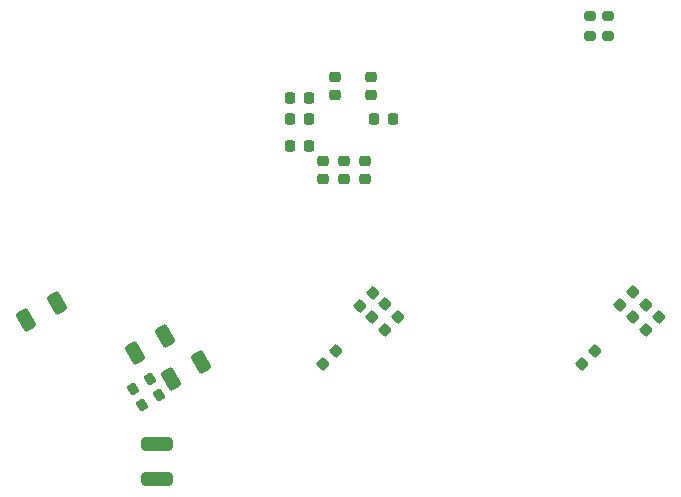
<source format=gbp>
%TF.GenerationSoftware,KiCad,Pcbnew,7.0.1-0*%
%TF.CreationDate,2023-04-03T11:55:14-05:00*%
%TF.ProjectId,plenum,706c656e-756d-42e6-9b69-6361645f7063,1*%
%TF.SameCoordinates,PXc1c9600PY2e063a0*%
%TF.FileFunction,Paste,Bot*%
%TF.FilePolarity,Positive*%
%FSLAX46Y46*%
G04 Gerber Fmt 4.6, Leading zero omitted, Abs format (unit mm)*
G04 Created by KiCad (PCBNEW 7.0.1-0) date 2023-04-03 11:55:14*
%MOMM*%
%LPD*%
G01*
G04 APERTURE LIST*
G04 Aperture macros list*
%AMRoundRect*
0 Rectangle with rounded corners*
0 $1 Rounding radius*
0 $2 $3 $4 $5 $6 $7 $8 $9 X,Y pos of 4 corners*
0 Add a 4 corners polygon primitive as box body*
4,1,4,$2,$3,$4,$5,$6,$7,$8,$9,$2,$3,0*
0 Add four circle primitives for the rounded corners*
1,1,$1+$1,$2,$3*
1,1,$1+$1,$4,$5*
1,1,$1+$1,$6,$7*
1,1,$1+$1,$8,$9*
0 Add four rect primitives between the rounded corners*
20,1,$1+$1,$2,$3,$4,$5,0*
20,1,$1+$1,$4,$5,$6,$7,0*
20,1,$1+$1,$6,$7,$8,$9,0*
20,1,$1+$1,$8,$9,$2,$3,0*%
G04 Aperture macros list end*
%ADD10RoundRect,0.250000X1.075000X-0.312500X1.075000X0.312500X-1.075000X0.312500X-1.075000X-0.312500X0*%
%ADD11RoundRect,0.225000X-0.017678X0.335876X-0.335876X0.017678X0.017678X-0.335876X0.335876X-0.017678X0*%
%ADD12RoundRect,0.250000X0.043542X-0.725417X0.606458X-0.400417X-0.043542X0.725417X-0.606458X0.400417X0*%
%ADD13RoundRect,0.225000X0.017678X-0.335876X0.335876X-0.017678X-0.017678X0.335876X-0.335876X0.017678X0*%
%ADD14RoundRect,0.225000X0.250000X-0.225000X0.250000X0.225000X-0.250000X0.225000X-0.250000X-0.225000X0*%
%ADD15RoundRect,0.225000X-0.225000X-0.250000X0.225000X-0.250000X0.225000X0.250000X-0.225000X0.250000X0*%
%ADD16RoundRect,0.250000X-0.043542X0.725417X-0.606458X0.400417X0.043542X-0.725417X0.606458X-0.400417X0*%
%ADD17RoundRect,0.200000X0.035705X0.338157X-0.310705X0.138157X-0.035705X-0.338157X0.310705X-0.138157X0*%
%ADD18RoundRect,0.225000X0.225000X0.250000X-0.225000X0.250000X-0.225000X-0.250000X0.225000X-0.250000X0*%
%ADD19RoundRect,0.200000X-0.275000X0.200000X-0.275000X-0.200000X0.275000X-0.200000X0.275000X0.200000X0*%
%ADD20RoundRect,0.200000X-0.035705X-0.338157X0.310705X-0.138157X0.035705X0.338157X-0.310705X0.138157X0*%
%ADD21RoundRect,0.225000X-0.250000X0.225000X-0.250000X-0.225000X0.250000X-0.225000X0.250000X0.225000X0*%
G04 APERTURE END LIST*
D10*
%TO.C,R11*%
X-88265000Y-47182500D03*
X-88265000Y-44257500D03*
%TD*%
D11*
%TO.C,C32*%
X-73111992Y-36408992D03*
X-74208008Y-37505008D03*
%TD*%
D12*
%TO.C,C50*%
X-90102654Y-36587973D03*
X-87547880Y-35112973D03*
%TD*%
D13*
%TO.C,C30*%
X-68958357Y-34608274D03*
X-67862341Y-33512258D03*
%TD*%
D11*
%TO.C,C33*%
X-51140992Y-36408992D03*
X-52237008Y-37505008D03*
%TD*%
D14*
%TO.C,C6*%
X-70612000Y-21857000D03*
X-70612000Y-20307000D03*
%TD*%
D15*
%TO.C,C10*%
X-76975000Y-19050000D03*
X-75425000Y-19050000D03*
%TD*%
D13*
%TO.C,C36*%
X-70035988Y-33530644D03*
X-68939972Y-32434628D03*
%TD*%
D14*
%TO.C,C9*%
X-74168000Y-21857000D03*
X-74168000Y-20307000D03*
%TD*%
D16*
%TO.C,C49*%
X-96766613Y-32282500D03*
X-99321387Y-33757500D03*
%TD*%
D17*
%TO.C,R8*%
X-88058529Y-40100500D03*
X-89487471Y-40925500D03*
%TD*%
D13*
%TO.C,C37*%
X-47970235Y-33548578D03*
X-46874219Y-32452562D03*
%TD*%
%TO.C,C28*%
X-71033008Y-32552008D03*
X-69936992Y-31455992D03*
%TD*%
D15*
%TO.C,C4*%
X-76975000Y-14986000D03*
X-75425000Y-14986000D03*
%TD*%
D18*
%TO.C,C54*%
X-68313000Y-16764000D03*
X-69863000Y-16764000D03*
%TD*%
D15*
%TO.C,C8*%
X-76975000Y-16764000D03*
X-75425000Y-16764000D03*
%TD*%
D13*
%TO.C,C29*%
X-49038673Y-32461755D03*
X-47942657Y-31365739D03*
%TD*%
D19*
%TO.C,R26*%
X-51562000Y-8065000D03*
X-51562000Y-9715000D03*
%TD*%
D14*
%TO.C,C5*%
X-72390000Y-21857000D03*
X-72390000Y-20307000D03*
%TD*%
D12*
%TO.C,C51*%
X-87068330Y-38795574D03*
X-84513556Y-37320574D03*
%TD*%
D20*
%TO.C,R9*%
X-90249471Y-39605677D03*
X-88820529Y-38780677D03*
%TD*%
D21*
%TO.C,C11*%
X-70104000Y-13195000D03*
X-70104000Y-14745000D03*
%TD*%
%TO.C,C7*%
X-73152000Y-13195000D03*
X-73152000Y-14745000D03*
%TD*%
D19*
%TO.C,R25*%
X-50038000Y-8065000D03*
X-50038000Y-9715000D03*
%TD*%
D13*
%TO.C,C31*%
X-46892604Y-34626209D03*
X-45796588Y-33530193D03*
%TD*%
M02*

</source>
